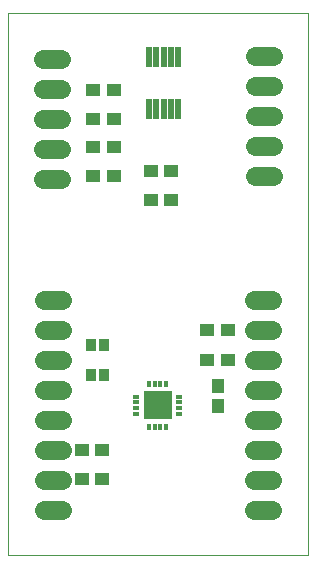
<source format=gts>
G75*
%MOIN*%
%OFA0B0*%
%FSLAX25Y25*%
%IPPOS*%
%LPD*%
%AMOC8*
5,1,8,0,0,1.08239X$1,22.5*
%
%ADD10C,0.00000*%
%ADD11R,0.09455X0.09455*%
%ADD12R,0.02172X0.01384*%
%ADD13R,0.01384X0.02172*%
%ADD14C,0.06400*%
%ADD15R,0.04731X0.04337*%
%ADD16R,0.03746X0.03943*%
%ADD17R,0.04337X0.04731*%
%ADD18R,0.01975X0.06502*%
D10*
X0002000Y0001000D02*
X0002000Y0181800D01*
X0102000Y0181800D01*
X0102000Y0001000D01*
X0002000Y0001000D01*
D11*
X0052000Y0051000D03*
D12*
X0044913Y0050016D03*
X0044913Y0051984D03*
X0044913Y0053953D03*
X0044913Y0048047D03*
X0059087Y0048047D03*
X0059087Y0050016D03*
X0059087Y0051984D03*
X0059087Y0053953D03*
D13*
X0054953Y0058087D03*
X0052984Y0058087D03*
X0051016Y0058087D03*
X0049047Y0058087D03*
X0049047Y0043913D03*
X0051016Y0043913D03*
X0052984Y0043913D03*
X0054953Y0043913D03*
D14*
X0084000Y0046000D02*
X0090000Y0046000D01*
X0090000Y0056000D02*
X0084000Y0056000D01*
X0084000Y0066000D02*
X0090000Y0066000D01*
X0090000Y0076000D02*
X0084000Y0076000D01*
X0084000Y0086000D02*
X0090000Y0086000D01*
X0090600Y0127400D02*
X0084600Y0127400D01*
X0084600Y0137400D02*
X0090600Y0137400D01*
X0090600Y0147400D02*
X0084600Y0147400D01*
X0084600Y0157400D02*
X0090600Y0157400D01*
X0090600Y0167400D02*
X0084600Y0167400D01*
X0020000Y0086000D02*
X0014000Y0086000D01*
X0014000Y0076000D02*
X0020000Y0076000D01*
X0020000Y0066000D02*
X0014000Y0066000D01*
X0014000Y0056000D02*
X0020000Y0056000D01*
X0020000Y0046000D02*
X0014000Y0046000D01*
X0014000Y0036000D02*
X0020000Y0036000D01*
X0020000Y0026000D02*
X0014000Y0026000D01*
X0014000Y0016000D02*
X0020000Y0016000D01*
X0084000Y0016000D02*
X0090000Y0016000D01*
X0090000Y0026000D02*
X0084000Y0026000D01*
X0084000Y0036000D02*
X0090000Y0036000D01*
X0019800Y0126600D02*
X0013800Y0126600D01*
X0013800Y0136600D02*
X0019800Y0136600D01*
X0019800Y0146600D02*
X0013800Y0146600D01*
X0013800Y0156600D02*
X0019800Y0156600D01*
X0019800Y0166600D02*
X0013800Y0166600D01*
D15*
X0030654Y0156200D03*
X0030654Y0146600D03*
X0037346Y0146600D03*
X0037346Y0156200D03*
X0037346Y0137000D03*
X0037346Y0127400D03*
X0030654Y0127400D03*
X0030654Y0137000D03*
X0049854Y0129000D03*
X0049854Y0119400D03*
X0056546Y0119400D03*
X0056546Y0129000D03*
X0068654Y0076000D03*
X0068654Y0066000D03*
X0075346Y0066000D03*
X0075346Y0076000D03*
X0033471Y0036000D03*
X0033471Y0026625D03*
X0026779Y0026625D03*
X0026779Y0036000D03*
D16*
X0029717Y0061000D03*
X0034283Y0061000D03*
X0034283Y0071000D03*
X0029717Y0071000D03*
D17*
X0072000Y0057471D03*
X0072000Y0050779D03*
D18*
X0058724Y0149939D03*
X0056362Y0149939D03*
X0054000Y0149939D03*
X0051638Y0149939D03*
X0049276Y0149939D03*
X0049276Y0167261D03*
X0051638Y0167261D03*
X0054000Y0167261D03*
X0056362Y0167261D03*
X0058724Y0167261D03*
M02*

</source>
